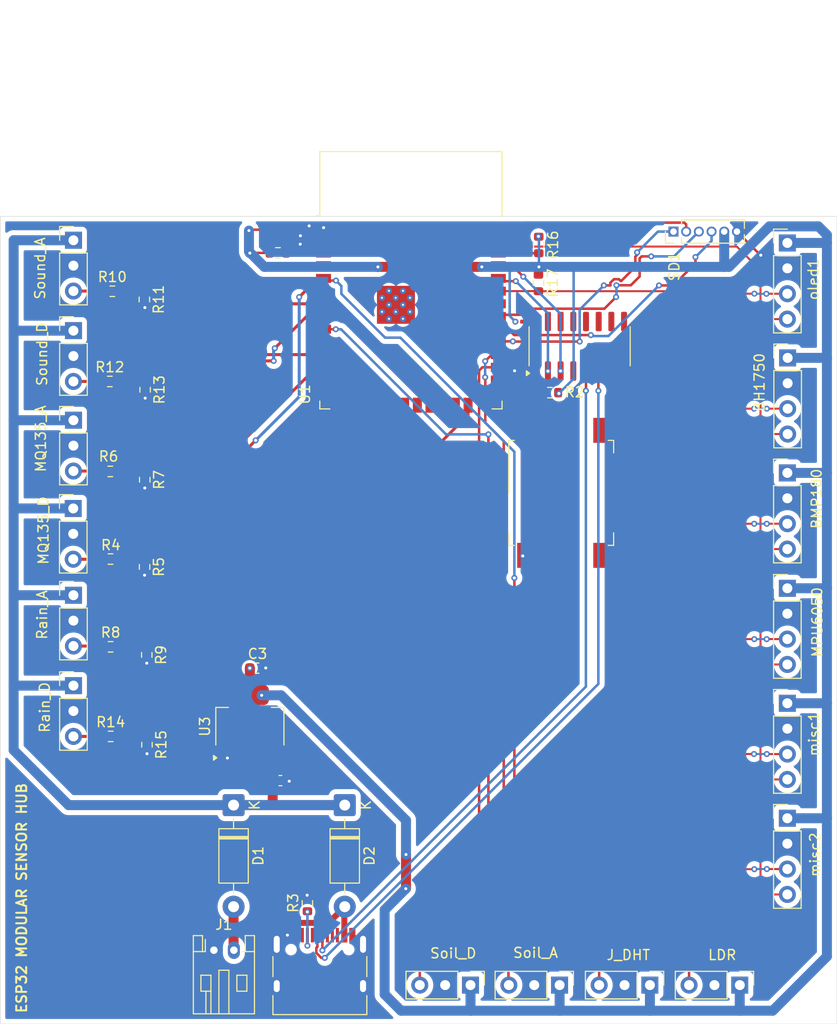
<source format=kicad_pcb>
(kicad_pcb (version 20241229) (generator "pcbnew") (generator_version "9.0")
  (layers (0 "F.Cu" signal) (2 "B.Cu" signal) (13 "F.Paste" user) (15 "B.Paste" user) (5 "F.SilkS" user "F.Silkscreen") (7 "B.SilkS" user "B.Silkscreen") (1 "F.Mask" user) (3 "B.Mask" user) (25 "Edge.Cuts" user))
  (net 0 "")
  (net 1 "+3.3V")
  (net 2 "GND")
  (net 3 "Net-(U2-VCC)")
  (net 4 "Net-(U2-GND)")
  (net 5 "/5v(r)")
  (net 6 "VBUS(5v)")
  (net 8 "Net-(P1-CC)")
  (net 9 "D-")
  (net 10 "D+")
  (net 11 "Net-(U1A-EN)")
  (net 12 "Net-(U1A-GPIO0)")
  (net 13 "SDA")
  (net 14 "SCL")
  (net 15 "IO17")
  (net 16 "IO32")
  (net 17 "IO27")
  (net 18 "IO39")
  (net 19 "Net-(U1A-GPIO27)")
  (net 20 "Net-(U1A-GPIO32)")
  (net 21 "Net-(U1A-GPIO34)")
  (net 22 "IO34")
  (net 23 "IO35")
  (net 24 "RX0")
  (net 26 "Net-(U1A-GPIO35)")
  (net 27 "TX0")
  (net 28 "Net-(U1A-GPIO26)")
  (net 29 "IO26")
  (net 30 "Net-(U1A-GPIO2)")
  (net 42 "Net-(D1-A)")
  (net 43 "IO2")
  (net 44 "IO123")
  (net 45 "IO5")
  (net 46 "IO18")
  (net 47 "IO19")
  (net 48 "IO33")
  (net 49 "IO16")
  (footprint "Connector_PinHeader_2.54mm:PinHeader_1x03_P2.54mm_Vertical" (layer "F.Cu") (at 121.2 144.03 -90)
    (property "Reference" "Soil_A")
    (property "Value" "Conn_01x03" (hide yes))
  )
  (footprint "Diode_THT:D_DO-41_SOD81_P10.16mm_Horizontal" (layer "F.Cu") (at 88.56 126.03 -90)
    (property "Reference" "D1")
    (property "Value" "1N5819" (hide yes))
  )
  (footprint "Package_TO_SOT_SMD:SOT-223-3_TabPin2" (layer "F.Cu") (at 90.19 118.17 90)
    (property "Reference" "U3")
    (property "Value" "AMS1117-3.3" (hide yes))
  )
  (footprint "Connector_PinHeader_1.27mm:PinHeader_1x06_P1.27mm_Vertical" (layer "F.Cu") (at 132.6 68.67 90)
    (property "Reference" "SD1")
    (property "Value" "Conn_01x06" (hide yes))
  )
  (footprint "Resistor_SMD:R_0603_1608Metric" (layer "F.Cu") (at 119.08 73.81 -90)
    (property "Reference" "R17")
    (property "Value" "4.7kΩ")
  )
  (footprint "Resistor_SMD:R_0603_1608Metric" (layer "F.Cu") (at 76.2475 110.2)
    (property "Reference" "R8")
    (property "Value" "10kΩ" (hide yes))
  )
  (footprint "Capacitor_SMD:C_0603_1608Metric" (layer "F.Cu") (at 93.25 123.58)
    (property "Reference" "C4" (hide yes))
    (property "Value" "10uF" (hide yes))
  )
  (footprint "Connector_PinHeader_2.54mm:PinHeader_1x03_P2.54mm_Vertical" (layer "F.Cu") (at 72.5275 69.54)
    (property "Reference" "Sound_A")
    (property "Value" "Conn_01x03" (hide yes))
  )
  (footprint "Resistor_SMD:R_0603_1608Metric" (layer "F.Cu") (at 79.6275 75.46 -90)
    (property "Reference" "R11")
    (property "Value" "6.2kΩ")
  )
  (footprint "Connector_PinHeader_2.54mm:PinHeader_1x04_P2.54mm_Vertical" (layer "F.Cu") (at 144 127.345)
    (property "Reference" "misc2")
    (property "Value" "Conn_01x04" (hide yes))
  )
  (footprint "Capacitor_SMD:C_0201_0603Metric" (layer "F.Cu") (at 117.16 77.68 180)
    (property "Reference" "C5" (hide yes))
    (property "Value" "100nF" (hide yes))
  )
  (footprint "Connector_PinHeader_2.54mm:PinHeader_1x03_P2.54mm_Vertical" (layer "F.Cu") (at 72.5275 114.08)
    (property "Reference" "Rain_D")
    (property "Value" "Conn_01x03" (hide yes))
  )
  (footprint "Capacitor_SMD:C_0201_0603Metric" (layer "F.Cu") (at 95.62 69.95 180)
    (property "Reference" "C1" (hide yes))
    (property "Value" "10uF" (hide yes))
  )
  (footprint "Resistor_SMD:R_0603_1608Metric" (layer "F.Cu") (at 119.11 70.01 -90)
    (property "Reference" "R16")
    (property "Value" "4.7kΩ")
  )
  (footprint "Package_SO:SOIC-16_3.9x9.9mm_P1.27mm" (layer "F.Cu") (at 123.205 80.14 90)
    (property "Reference" "U2" (hide yes))
    (property "Value" "CH340C")
  )
  (footprint "Resistor_SMD:R_0603_1608Metric" (layer "F.Cu") (at 93 70.8)
    (property "Reference" "R1" (hide yes))
    (property "Value" "10kΩ")
  )
  (footprint "Connector_USB:USB_C_Receptacle_HRO_TYPE-C-31-M-12" (layer "F.Cu") (at 97.2 143.08)
    (property "Reference" "P1" (hide yes))
    (property "Value" "USB_C_Plug_USB2.0" (hide yes))
  )
  (footprint "Resistor_SMD:R_0603_1608Metric" (layer "F.Cu") (at 76.1675 83.66)
    (property "Reference" "R12")
    (property "Value" "10kΩ")
  )
  (footprint "Resistor_SMD:R_0603_1608Metric" (layer "F.Cu") (at 79.6675 93.49 -90)
    (property "Reference" "R7")
    (property "Value" "6.2kΩ" (hide yes))
  )
  (footprint "Resistor_SMD:R_0603_1608Metric" (layer "F.Cu") (at 79.8675 111.01 -90)
    (property "Reference" "R9")
    (property "Value" "6.2kΩ" (hide yes))
  )
  (footprint "Connector_JST:JST_PH_S2B-PH-K_1x02_P2.00mm_Horizontal" (layer "F.Cu") (at 86.59 140.54)
    (property "Reference" "J1")
    (property "Value" "Conn_01x02" (hide yes))
  )
  (footprint "Connector_PinHeader_2.54mm:PinHeader_1x03_P2.54mm_Vertical" (layer "F.Cu") (at 72.5075 96.36)
    (property "Reference" "MQ135_D")
    (property "Value" "Conn_01x03" (hide yes))
  )
  (footprint "Resistor_SMD:R_0603_1608Metric" (layer "F.Cu") (at 120.23 84.78)
    (property "Reference" "R2")
    (property "Value" "10kΩ")
  )
  (footprint "Connector_PinHeader_2.54mm:PinHeader_1x04_P2.54mm_Vertical" (layer "F.Cu") (at 144.03 81.3)
    (property "Reference" "BH1750")
    (property "Value" "Conn_01x04" (hide yes))
  )
  (footprint "Connector_PinHeader_2.54mm:PinHeader_1x03_P2.54mm_Vertical" (layer "F.Cu") (at 72.5275 78.58)
    (property "Reference" "Sound_D")
    (property "Value" "Conn_01x03" (hide yes))
  )
  (footprint "Capacitor_SMD:C_0603_1608Metric" (layer "F.Cu") (at 90.955 112.33)
    (property "Reference" "C3")
    (property "Value" "22uF")
  )
  (footprint "Diode_THT:D_DO-41_SOD81_P10.16mm_Horizontal" (layer "F.Cu") (at 99.69 126.03 -90)
    (property "Reference" "D2")
    (property "Value" "1N5819" (hide yes))
  )
  (footprint "Resistor_SMD:R_0603_1608Metric" (layer "F.Cu") (at 76.2175 92.66)
    (property "Reference" "R6")
    (property "Value" "10kΩ" (hide yes))
  )
  (footprint "Connector_PinHeader_2.54mm:PinHeader_1x04_P2.54mm_Vertical" (layer "F.Cu") (at 144 92.805)
    (property "Reference" "BMP180")
    (property "Value" "Conn_01x04" (hide yes))
  )
  (footprint "Connector_PinHeader_2.54mm:PinHeader_1x03_P2.54mm_Vertical" (layer "F.Cu") (at 72.5275 105.04)
    (property "Reference" "Rain_A")
    (property "Value" "Conn_01x03" (hide yes))
  )
  (footprint "Resistor_SMD:R_0603_1608Metric" (layer "F.Cu") (at 76.2575 119.16)
    (property "Reference" "R14")
    (property "Value" "10kΩ" (hide yes))
  )
  (footprint "Resistor_SMD:R_0603_1608Metric" (layer "F.Cu") (at 79.7025 84.49 -90)
    (property "Reference" "R13")
    (property "Value" "6.2kΩ")
  )
  (footprint "Capacitor_SMD:C_0201_0603Metric" (layer "F.Cu") (at 117.08 82.64)
    (property "Reference" "C6" (hide yes))
    (property "Value" "100nF" (hide yes))
  )
  (footprint "Resistor_SMD:R_0603_1608Metric" (layer "F.Cu") (at 95.95 135.82 90)
    (property "Reference" "R3")
    (property "Value" "5.1kΩ" (hide yes))
  )
  (footprint "Resistor_SMD:R_0603_1608Metric" (layer "F.Cu") (at 79.8875 119.99 -90)
    (property "Reference" "R15")
    (property "Value" "6.2kΩ" (hide yes))
  )
  (footprint "Connector_PinHeader_2.54mm:PinHeader_1x03_P2.54mm_Vertical" (layer "F.Cu") (at 130.24 144.03 -90)
    (property "Reference" "J_DHT")
    (property "Value" "Conn_01x03" (hide yes))
  )
  (footprint "Connector_PinHeader_2.54mm:PinHeader_1x04_P2.54mm_Vertical" (layer "F.Cu") (at 144 115.845)
    (property "Reference" "misc1")
    (property "Value" "Conn_01x04" (hide yes))
  )
  (footprint "Connector_PinHeader_2.54mm:PinHeader_1x04_P2.54mm_Vertical" (layer "F.Cu") (at 144 69.805)
    (property "Reference" "oled1")
    (property "Value" "Conn_01x04" (hide yes))
  )
  (footprint "Capacitor_SMD:C_0201_0603Metric" (layer "F.Cu") (at 95.64 68.99 180)
    (property "Reference" "C2" (hide yes))
    (property "Value" "0.1uF" (hide yes))
  )
  (footprint "Connector_PinHeader_2.54mm:PinHeader_1x03_P2.54mm_Vertical" (layer "F.Cu") (at 72.5275 87.54)
    (property "Reference" "MQ135_A")
    (property "Value" "Conn_01x03" (hide yes))
  )
  (footprint "Button_Switch_SMD:SW_MEC_5GSH9" (layer "F.Cu") (at 121.36 94.8)
    (property "Reference" "SW1" (hide yes))
    (property "Value" "BOOT OPTION")
  )
  (footprint "Resistor_SMD:R_0603_1608Metric" (layer "F.Cu") (at 76.2375 101.42)
    (property "Reference" "R4")
    (property "Value" "10kΩ" (hide yes))
  )
  (footprint "Resistor_SMD:R_0603_1608Metric" (layer "F.Cu") (at 76.4225 74.64)
    (property "Reference" "R10")
    (property "Value" "10kΩ")
  )
  (footprint "esp32:ESP32-WROOM-32D" (layer "F.Cu") (at 106.315 76.525)
    (property "Reference" "U1")
    (property "Value" "exp32wroomd")
  )
  (footprint "Connector_PinHeader_2.54mm:PinHeader_1x03_P2.54mm_Vertical" (layer "F.Cu") (at 112.28 144.03 -90)
    (property "Reference" "Soil_D")
    (property "Value" "Conn_01x03" (hide yes))
  )
  (footprint "Connector_PinHeader_2.54mm:PinHeader_1x03_P2.54mm_Vertical" (layer "F.Cu") (at 139.24 144.03 -90)
    (property "Reference" "LDR")
    (property "Value" "Conn_01x03" (hide yes))
  )
  (footprint "Resistor_SMD:R_0603_1608Metric" (layer "F.Cu") (at 79.6475 102.21 -90)
    (property "Reference" "R5")
    (property "Value" "6.2kΩ" (hide yes))
  )
  (footprint "Connector_PinHeader_2.54mm:PinHeader_1x04_P2.54mm_Vertical" (layer "F.Cu") (at 144 104.345)
    (property "Reference" "MPU6050")
    (property "Value" "Conn_01x04" (hide yes))
  )
  (gr_rect (start 65.2 67.15) (end 148.96 147.92) (stroke (width 0.05)) (fill no) (layer "Edge.Cuts"))
  (gr_text "ESP32 MODULAR SENSOR HUB" (at 67.93 146.93 90) (layer "F.SilkS") (effects (font (size 1 1) (thickness 0.2) (bold yes)) (justify left bottom)))
  (segment (start 97.565 69.545) (end 96.025 69.545) (width 0.25) (layer "F.Cu") (net 1))
  (segment (start 113.41 72.2) (end 103.01 72.2) (width 1) (layer "F.Cu") (net 1))
  (segment (start 121.055 84.785) (end 121.13 84.86) (width 0.25) (layer "F.Cu") (net 1))
  (segment (start 95.96 68.99) (end 95.96 69.48) (width 0.25) (layer "F.Cu") (net 1))
  (segment (start 95.96 68.790001) (end 95.653999 68.484) (width 0.25) (layer "F.Cu") (net 1))
  (segment (start 119.11 69.185) (end 119.11 69.18) (width 0.25) (layer "F.Cu") (net 1))
  (segment (start 105.82 130.97) (end 105.82 134.37) (width 1) (layer "F.Cu") (net 1))
  (segment (start 103 72.21) (end 103.01 72.2) (width 1) (layer "F.Cu") (net 1))
  (segment (start 96.025 69.545) (end 95.96 69.48) (width 0.25) (layer "F.Cu") (net 1))
  (segment (start 90.186 68.484) (end 90.1 68.57) (width 0.25) (layer "F.Cu") (net 1))
  (segment (start 90.21 70.8) (end 90.19 70.82) (width 0.25) (layer "F.Cu") (net 1))
  (segment (start 95.653999 68.484) (end 90.186 68.484) (width 0.25) (layer "F.Cu") (net 1))
  (segment (start 121.055 84.78) (end 121.055 84.785) (width 0.25) (layer "F.Cu") (net 1))
  (segment (start 91.34 115.02) (end 91.37 115.05) (width 1) (layer "F.Cu") (net 1))
  (segment (start 95.96 69.93) (end 95.94 69.95) (width 0.25) (layer "F.Cu") (net 1))
  (segment (start 90.19 115.02) (end 91.34 115.02) (width 1) (layer "F.Cu") (net 1))
  (segment (start 95.96 70.13) (end 95.94 70.15) (width 0.25) (layer "F.Cu") (net 1))
  (segment (start 119.08 72.25) (end 119.13 72.2) (width 0.25) (layer "F.Cu") (net 1))
  (segment (start 105.82 134.37) (end 105.8 134.39) (width 1) (layer "F.Cu") (net 1))
  (segment (start 116.770244 77.68) (end 116.77 77.679756) (width 0.25) (layer "F.Cu") (net 1))
  (segment (start 119.11 69.18) (end 119.08 69.15) (width 0.25) (layer "F.Cu") (net 1))
  (segment (start 116.84 77.68) (end 116.770244 77.68) (width 0.25) (layer "F.Cu") (net 1))
  (segment (start 95.96 68.99) (end 95.96 68.790001) (width 0.25) (layer "F.Cu") (net 1))
  (segment (start 90.19 121.32) (end 90.19 115.02) (width 1) (layer "F.Cu") (net 1))
  (segment (start 92.175 70.8) (end 90.21 70.8) (width 0.25) (layer "F.Cu") (net 1))
  (segment (start 95.96 69.48) (end 95.96 69.93) (width 0.25) (layer "F.Cu") (net 1))
  (segment (start 119.08 72.985) (end 119.08 72.25) (width 0.25) (layer "F.Cu") (net 1))
  (segment (start 90.19 112.34) (end 90.18 112.33) (width 1) (layer "F.Cu") (net 1))
  (segment (start 90.19 115.02) (end 90.19 112.34) (width 1) (layer "F.Cu") (net 1))
  (via (at 119.08 69.15) (size 0.6) (drill 0.3) (layers "F.Cu" "B.Cu") (net 1))
  (via (at 105.8 134.39) (size 0.6) (drill 0.3) (layers "F.Cu" "B.Cu") (net 1))
  (via (at 91.37 115.05) (size 0.6) (drill 0.3) (layers "F.Cu" "B.Cu") (net 1))
  (via (at 113.41 72.2) (size 0.6) (drill 0.3) (layers "F.Cu" "B.Cu") (net 1))
  (via (at 103.01 72.2) (size 0.6) (drill 0.3) (layers "F.Cu" "B.Cu") (net 1))
  (via (at 90.1 68.57) (size 0.6) (drill 0.3) (layers "F.Cu" "B.Cu") (net 1))
  (via (at 121.13 84.86) (size 0.6) (drill 0.3) (layers "F.Cu" "B.Cu") (net 1))
  (via (at 116.77 77.679756) (size 0.6) (drill 0.3) (layers "F.Cu" "B.Cu") (net 1))
  (via (at 90.18 112.33) (size 0.6) (drill 0.3) (layers "F.Cu" "B.Cu") (net 1))
  (via (at 105.82 130.97) (size 0.6) (drill 0.3) (layers "F.Cu" "B.Cu") (net 1))
  (via (at 119.13 72.2) (size 0.6) (drill 0.3) (layers "F.Cu" "B.Cu") (net 1))
  (via (at 90.19 70.82) (size 0.6) (drill 0.3) (layers "F.Cu" "B.Cu") (net 1))
  (segment (start 116.204 77.113756) (end 116.204 72.366) (width 0.25) (layer "B.Cu") (net 1))
  (segment (start 137.68 72.2) (end 122.6 72.2) (width 1) (layer "B.Cu") (net 1))
  (segment (start 116.204 72.366) (end 116.37 72.2) (width 0.25) (layer "B.Cu") (net 1))
  (segment (start 147.959 92.76) (end 147.959 81.33) (width 1) (layer "B.Cu") (net 1))
  (segment (start 93.32 115.05) (end 105.82 127.55) (width 1) (layer "B.Cu") (net 1))
  (segment (start 91.64 72.2) (end 90.1 70.66) (width 1) (layer "B.Cu") (net 1))
  (segment (start 119.13 72.2) (end 116.37 72.2) (width 1) (layer "B.Cu") (net 1))
  (segment (start 147.946929 127.345) (end 147.959 127.34) (width 1) (layer "B.Cu") (net 1))
  (segment (start 147.959 81.33) (end 147.959 69.8) (width 1) (layer "B.Cu") (net 1))
  (segment (start 91.37 115.05) (end 93.32 115.05) (width 1) (layer "B.Cu") (net 1))
  (segment (start 147.959 115.87) (end 147.959 104.34) (width 1) (layer "B.Cu") (net 1))
  (segment (start 122.604 72.204) (end 122.6 72.2) (width 0.25) (layer "B.Cu") (net 1))
  (segment (start 139.23 146.59) (end 142.539 146.59) (width 1) (layer "B.Cu") (net 1))
  (segment (start 121.2 144.03) (end 121.2 146.565858) (width 1) (layer "B.Cu") (net 1))
  (segment (start 119.13 69.2) (end 119.13 72.2) (width 0.25) (layer "B.Cu") (net 1))
  (segment (start 90.1 70.66) (end 90.1 68.57) (width 1) (layer "B.Cu") (net 1))
  (segment (start 105.32 146.59) (end 112.3 146.59) (width 1) (layer "B.Cu") (net 1))
  (segment (start 142.539 146.59) (end 147.959 141.17) (width 1) (layer "B.Cu") (net 1))
  (segment (start 144 92.805) (end 147.85036 92.805) (width 1) (layer "B.Cu") (net 1))
  (segment (start 122.604 83.386) (end 122.604 72.204) (width 0.25) (layer "B.Cu") (net 1))
  (segment (start 105.8 134.39) (end 103.68 136.51) (width 1) (layer "B.Cu") (net 1))
  (segment (start 105.82 127.55) (end 105.82 130.97) (width 1) (layer "B.Cu") (net 1))
  (segment (start 147.111 68.151) (end 142.2 68.151) (width 1) (layer "B.Cu") (net 1))
  (segment (start 116.77 77.679756) (end 116.204 77.113756) (width 0.25) (layer "B.Cu") (net 1))
  (segment (start 147.959 141.17) (end 147.959 127.34) (width 1) (layer "B.Cu") (net 1))
  (segment (start 142.2 68.151) (end 138.151 72.2) (width 1) (layer "B.Cu") (net 1))
  (segment (start 147.959 104.34) (end 147.959 92.76) (width 1) (layer "B.Cu") (net 1))
  (segment (start 138.151 72.2) (end 137.68 72.2) (width 1) (layer "B.Cu") (net 1))
  (segment (start 119.08 69.15) (end 119.13 69.2) (width 0.25) (layer "B.Cu") (net 1))
  (segment (start 103.01 72.2) (end 91.64 72.2) (width 1) (layer "B.Cu") (net 1))
  (segment (start 121.21 146.59) (end 130.25 146.59) (width 1) (layer "B.Cu") (net 1))
  (segment (start 147.946929 69.805) (end 147.959 69.8) (width 1) (layer "B.Cu") (net 1))
  (segment (start 147.959 68.999) (end 147.111 68.151) (width 1) (layer "B.Cu") (net 1))
  (segment (start 121.13 84.86) (end 122.604 83.386) (width 0.25) (layer "B.Cu") (net 1))
  (segment (start 144 127.345) (end 147.946929 127.345) (width 1) (layer "B.Cu") (net 1))
  (segment (start 122.6 72.2) (end 119.13 72.2) (width 1) (layer "B.Cu") (net 1))
  (segment (start 147.959 127.34) (end 147.959 115.87) (width 1) (layer "B.Cu") (net 1))
  (segment (start 144 69.805) (end 147.946929 69.805) (width 1) (layer "B.Cu") (net 1))
  (segment (start 139.23 144.054142) (end 139.23 146.59) (width 1) (layer "B.Cu") (net 1))
  (segment (start 144 115.845) (end 147.898645 115.845) (width 1) (layer "B.Cu") (net 1))
  (segment (start 113.41 72.2) (end 116.37 72.2) (width 1) (layer "B.Cu") (net 1))
  (segment (start 91.37 115.05) (end 91.73356 115.05) (width 1) (layer "B.Cu") (net 1))
  (segment (start 112.28 144.03) (end 112.28 146.541716) (width 1) (layer "B.Cu") (net 1))
  (segment (start 144.03 81.3) (end 147.886574 81.3) (width 1) (layer "B.Cu") (net 1))
  (segment (start 130.24 144.03) (end 130.24 146.565858) (width 1) (layer "B.Cu") (net 1))
  (segment (start 137.68 68.67) (end 137.68 72.2) (width 1) (layer "B.Cu") (net 1))
  (segment (start 147.959 69.8) (end 147.959 68.999) (width 1) (layer "B.Cu") (net 1))
  (segment (start 103.68 144.95) (end 105.32 146.59) (width 1) (layer "B.Cu") (net 1))
  (segment (start 112.3 146.59) (end 121.21 146.59) (width 1) (layer "B.Cu") (net 1))
  (segment (start 144 104.345) (end 147.946929 104.345) (width 1) (layer "B.Cu") (net 1))
  (segment (start 147.946929 104.345) (end 147.959 104.34) (width 1) (layer "B.Cu") (net 1))
  (segment (start 130.25 146.59) (end 139.23 146.59) (width 1) (layer "B.Cu") (net 1))
  (segment (start 90.18 70.83) (end 90.19 70.82) (width 1) (layer "B.Cu") (net 1))
  (segment (start 103.68 136.51) (end 103.68 144.95) (width 1) (layer "B.Cu") (net 1))
  (arc (start 112.28 146.541716) (mid 112.285198 146.567847) (end 112.3 146.59) (width 1) (layer "B.Cu") (net 1))
  (arc (start 139.24 144.03) (mid 139.232599 144.041076) (end 139.23 144.054142) (width 1) (layer "B.Cu") (net 1))
  (arc (start 147.886574 81.3) (mid 147.92577 81.307797) (end 147.959 81.33) (width 1) (layer "B.Cu") (net 1))
  (arc (start 130.24 146.565858) (mid 130.242599 146.578923) (end 130.25 146.59) (width 1) (layer "B.Cu") (net 1))
  (arc (start 147.85036 92.805) (mid 147.909156 92.793305) (end 147.959 92.76) (width 1) (layer "B.Cu") (net 1))
  (arc (start 121.2 146.565858) (mid 121.202599 146.578923) (end 121.21 146.59) (width 1) (layer "B.Cu") (net 1))
  (arc (start 147.898645 115.845) (mid 147.931308 115.851498) (end 147.959 115.87) (width 1) (layer "B.Cu") (net 1))
  (segment (start 95.3 69.95) (end 95.247539 69.95) (width 0.25) (layer "F.Cu") (net 2))
  (segment (start 116.736567 82.64) (end 116.69 82.593433) (width 0.25) (layer "F.Cu") (net 2))
  (segment (start 95.247539 69.95) (end 95.23 69.932461) (width 0.25) (layer "F.Cu") (net 2))
  (segment (start 79.7025 85.315) (end 79.7025 85.3225) (width 0.25) (layer "F.Cu") (net 2))
  (segment (start 100.45 139.035) (end 100.605 139.035) (width 0.25) (layer "F.Cu") (net 2))
  (segment (start 96.3006 68.275) (end 96.127102 68.101502) (width 0.25) (layer "F.Cu") (net 2))
  (segment (start 79.665 76.285) (end 79.68 76.27) (width 0.25) (layer "F.Cu") (net 2))
  (segment (start 79.6275 76.285) (end 79.665 76.285) (width 0.25) (layer "F.Cu") (net 2))
  (segment (start 94.025 123.58) (end 94.07 123.58) (width 0.25) (layer "F.Cu") (net 2))
  (segment (start 141.31 71.03) (end 141.34 71.03) (width 0.25) (layer "F.Cu") (net 2))
  (segment (start 79.7025 85.3225) (end 79.71 85.33) (width 0.25) (layer "F.Cu") (net 2))
  (segment (start 97.565 68.275) (end 97.57 68.28) (width 0.25) (layer "F.Cu") (net 2))
  (segment (start 91.76 112.33) (end 91.78 112.31) (width 0.25) (layer "F.Cu") (net 2))
  (segment (start 79.8875 120.815) (end 79.8875 120.8875) (width 0.25) (layer "F.Cu") (net 2))
  (segment (start 100.605 139.035) (end 101.52 139.95) (width 0.25) (layer "F.Cu") (net 2))
  (segment (start 79.6475 103.035) (end 79.605 103.035) (width 0.25) (layer "F.Cu") (net 2))
  (segment (start 95.32 68.99) (end 95.32 69.019) (width 0.25) (layer "F.Cu") (net 2))
  (segment (start 117.55 101.05) (end 117.55 101.07) (width 0.25) (layer "F.Cu") (net 2))
  (segment (start 138.95 68.67) (end 141.31 71.03) (width 0.25) (layer "F.Cu") (net 2))
  (segment (start 79.8875 120.8875) (end 79.89 120.89) (width 0.25) (layer "F.Cu") (net 2))
  (segment (start 95.32 69.019) (end 95.25 69.089) (width 0.25) (layer "F.Cu") (net 2))
  (segment (start 97.565 68.275) (end 96.3006 68.275) (width 0.25) (layer "F.Cu") (net 2))
  (segment (start 117.55 101.07) (end 117.51 101.11) (width 0.25) (layer "F.Cu") (net 2))
  (segment (start 79.605 103.035) (end 79.59 103.02) (width 0.25) (layer "F.Cu") (net 2))
  (segment (start 91.73 112.33) (end 91.76 112.33) (width 0.25) (layer "F.Cu") (net 2))
  (segment (start 116.76 82.64) (end 116.736567 82.64) (width 0.25) (layer "F.Cu") (net 2))
  (segment (start 87.89 121.32) (end 87.94 121.32) (width 0.25) (layer "F.Cu") (net 2))
  (segment (start 94.07 123.58) (end 94.13 123.64) (width 0.25) (layer "F.Cu") (net 2))
  (via (at 95.25 69.089) (size 0.6) (drill 0.3) (layers "F.Cu" "B.Cu") (net 2))
  (via (at 117.51 101.11) (size 0.6) (drill 0.3) (layers "F.Cu" "B.Cu") (net 2))
  (via (at 79.71 85.33) (size 0.6) (drill 0.3) (layers "F.Cu" "B.Cu") (net 2))
  (via (at 91.78 112.31) (size 0.6) (drill 0.3) (layers "F.Cu" "B.Cu") (net 2))
  (via (at 97.57 68.28) (size 0.6) (drill 0.3) (layers "F.Cu" "B.Cu") (net 2))
  (via (at 96.127102 68.101502) (size 0.6) (drill 0.3) (layers "F.Cu" "B.Cu") (net 2))
  (via (at 116.69 82.593433) (size 0.6) (drill 0.3) (layers "F.Cu" "B.Cu") (net 2))
  (via (at 79.6475 103.035) (size 0.6) (drill 0.3) (layers "F.Cu" "B.Cu") (net 2))
  (via (at 93.95 139.035) (size 0.6) (drill 0.3) (layers "F.Cu" "B.Cu") (net 2))
  (via (at 87.94 121.32) (size 0.6) (drill 0.3) (layers "F.Cu" "B.Cu") (net 2))
  (via (at 95.23 69.932461) (size 0.6) (drill 0.3) (layers "F.Cu" "B.Cu") (net 2))
  (via (at 79.68 76.27) (size 0.6) (drill 0.3) (layers "F.Cu" "B.Cu") (net 2))
  (via (at 79.6675 94.315) (size 0.6) (drill 0.3) (layers "F.Cu" "B.Cu") (net 2))
  (via (at 141.34 71.03) (size 0.6) (drill 0.3) (layers "F.Cu" "B.Cu") (net 2))
  (via (at 79.89 120.89) (size 0.6) (drill 0.3) (layers "F.Cu" "B.Cu") (net 2))
  (via (at 94.13 123.64) (size 0.6) (drill 0.3) (layers "F.Cu" "B.Cu") (net 2))
  (via (at 95.92 135.04) (size 0.6) (drill 0.3) (layers "F.Cu" "B.Cu") (net 2))
  (via (at 79.8675 111.835) (size 0.6) (drill 0.3) (layers "F.Cu" "B.Cu") (net 2))
  (segment (start 96.127102 68.211898) (end 95.25 69.089) (width 0.25) (layer "B.Cu") (net 2))
  (segment (start 96.127102 68.101502) (end 96.127102 68.211898) (width 0.25) (layer "B.Cu") (net 2))
  (segment (start 95.25 69.089) (end 95.25 69.912461) (width 0.25) (layer "B.Cu") (net 2))
  (segment (start 95.25 69.912461) (end 95.23 69.932461) (width 0.25) (layer "B.Cu") (net 2))
  (segment (start 93.95 137.01) (end 95.92 135.04) (width 0.25) (layer "B.Cu") (net 2))
  (segment (start 95.92 135.04) (end 95.81 135.15) (width 0.25) (layer "B.Cu") (net 2))
  (segment (start 101.52 139.95) (end 101.52 140.95) (width 0.25) (layer "B.Cu") (net 2))
  (segment (start 93.95 139.035) (end 93.95 137.01) (width 0.25) (layer "B.Cu") (net 2))
  (segment (start 101.52 140.95) (end 100.63 141.84) (width 0.25) (layer "B.Cu") (net 2))
  (segment (start 117.48 77.68) (end 118.745 77.68) (width 0.3) (layer "F.Cu") (net 3))
  (segment (start 118.745 77.68) (end 118.76 77.665) (width 0.3) (layer "F.Cu") (net 3))
  (segment (start 117.4 82.64) (end 118.735 82.64) (width 0.2) (layer "F.Cu") (net 4))
  (segment (start 118.735 82.64) (end 118.76 82.615) (width 0.2) (layer "F.Cu") (net 4))
  (segment (start 92.475 126.025) (end 92.48 126.03) (width 1) (layer "F.Cu") (net 5))
  (segment (start 92.475 121.335) (end 92.49 121.32) (width 1) (layer "F.Cu") (net 5))
  (segment (start 92.475 123.58) (end 92.475 121.335) (width 1) (layer "F.Cu") (net 5))
  (segment (start 88.56 126.03) (end 92.48 126.03) (width 1) (layer "F.Cu") (net 5))
  (segment (start 92.475 123.58) (end 92.475 126.025) (width 1) (layer "F.Cu") (net 5))
  (segment (start 92.48 126.03) (end 99.69 126.03) (width 1) (layer "F.Cu") (net 5))
  (segment (start 72.5275 78.58) (end 66.54 78.58) (width 1) (layer "B.Cu") (net 5))
  (segment (start 66.54 120.53) (end 66.54 114.11) (width 1) (layer "B.Cu") (net 5))
  (segment (start 66.54 114.11) (end 66.54 105.04) (width 1) (layer "B.Cu") (net 5))
  (segment (start 88.56 126.03) (end 72.04 126.03) (width 1) (layer "B.Cu") (net 5))
  (segment (start 66.56 69.54) (end 72.5275 69.54) (width 1) (layer "B.Cu") (net 5))
  (segment (start 72.5075 96.36) (end 66.54 96.36) (width 1) (layer "B.Cu") (net 5))
  (segment (start 72.5275 87.54) (end 66.56 87.54) (width 1) (layer "B.Cu") (net 5))
  (segment (start 66.54 69.54) (end 66.55 69.53) (width 1) (layer "B.Cu") (net 5))
  (segment (start 66.56 87.54) (end 66.54 87.52) (width 1) (layer "B.Cu") (net 5))
  (segment (start 66.55 69.53) (end 66.56 69.54) (width 1) (layer "B.Cu") (net 5))
  (segment (start 66.54 96.36) (end 66.54 87.52) (width 1) (layer "B.Cu") (net 5))
  (segment (start 99.69 126.03) (end 88.56 126.03) (width 1) (layer "B.Cu") (net 5))
  (segment (start 66.54 87.52) (end 66.54 78.58) (width 1) (layer "B.Cu") (net 5))
  (segment (start 72.04 126.03) (end 66.54 120.53) (width 1) (layer "B.Cu") (net 5))
  (segment (start 72.5275 114.08) (end 66.57 114.08) (width 1) (layer "B.Cu") (net 5))
  (segment (start 72.5275 105.04) (end 66.54 105.04) (width 1) (layer "B.Cu") (net 5))
  (segment (start 66.54 105.04) (end 66.54 96.36) (width 1) (layer "B.Cu") (net 5))
  (segment (start 66.54 78.58) (end 66.54 69.54) (width 1) (layer "B.Cu") (net 5))
  (segment (start 66.57 114.08) (end 66.54 114.11) (width 1) (layer "B.Cu") (net 5))
  (segment (start 94.799 137.809) (end 98.071 137.809) (width 0.6) (layer "F.Cu") (net 6))
  (segment (start 99.69 136.19) (end 99.649 136.231) (width 0.6) (layer "F.Cu") (net 6))
  (segment (start 94.75 139.035) (end 94.75 137.858) (width 0.6) (layer "F.Cu") (net 6))
  (segment (start 99.649 136.231) (end 99.649 139.035) (width 0.6) (layer "F.Cu") (net 6))
  (segment (start 98.071 137.809) (end 99.69 136.19) (width 0.6) (layer "F.Cu") (net 6))
  (segment (start 94.75 137.858) (end 94.799 137.809) (width 0.6) (layer "F.Cu") (net 6))
  (segment (start 99.69 138.995) (end 99.65 139.035) (width 0.2) (layer "F.Cu") (net 6))
  (segment (start 95.95 136.645) (end 95.95 136.71) (width 0.25) (layer "F.Cu") (net 8))
  (segment (start 95.93 139.015) (end 95.95 139.035) (width 0.25) (layer "F.Cu") (net 8))
  (segment (start 95.95 139.035) (end 95.95 140.088483) (width 0.25) (layer "F.Cu") (net 8))
  (via (at 95.95 140.088483) (size 0.6) (drill 0.3) (layers "F.Cu" "B.Cu") (net 8))
  (via (at 95.95 136.71) (size 0.6) (drill 0.3) (layers "F.Cu" "B.Cu") (net 8))
  (segment (start 95.95 140.088483) (end 95.95 136.71) (width 0.25) (layer "B.Cu") (net 8))
  (segment (start 123.84 82.615) (end 123.84 84.58) (width 0.25) (layer "F.Cu") (net 9))
  (segment (start 123.84 84.58) (end 123.83 84.59) (width 0.25) (layer "F.Cu") (net 9))
  (segment (start 97.45 139.035) (end 97.45 140.56) (width 0.25) (layer "F.Cu") (net 9))
  (via (at 123.83 84.59) (size 0.6) (drill 0.3) (layers "F.Cu" "B.Cu") (net 9))
  (via (at 97.45 140.56) (size 0.6) (drill 0.3) (layers "F.Cu" "B.Cu") (net 9))
  (segment (start 97.45 140.56) (end 123.83 114.18) (width 0.25) (layer "B.Cu") (net 9))
  (segment (start 123.83 114.18) (end 123.83 84.59) (width 0.25) (layer "B.Cu") (net 9))
  (segment (start 125.08 84.59) (end 125.08 82.645) (width 0.25) (layer "F.Cu") (net 10))
  (segment (start 96.844 140.308986) (end 96.844 140.811014) (width 0.25) (layer "F.Cu") (net 10))
  (segment (start 96.844 140.811014) (end 97.336595 141.303609) (width 0.25) (layer "F.Cu") (net 10))
  (segment (start 97.336595 141.303609) (end 97.685476 141.303609) (width 0.25) (layer "F.Cu") (net 10))
  (segment (start 96.95 139.035) (end 96.95 140.202986) (width 0.25) (layer "F.Cu") (net 10))
  (segment (start 96.95 140.202986) (end 96.844 140.308986) (width 0.25) (layer "F.Cu") (net 10))
  (segment (start 125.08 82.645) (end 125.11 82.615) (width 0.25) (layer "F.Cu") (net 10))
  (via (at 97.685476 141.303609) (size 0.6) (drill 0.3) (layers "F.Cu" "B.Cu") (net 10))
  (via (at 125.08 84.59) (size 0.6) (drill 0.3) (layers "F.Cu" "B.Cu") (net 10))
  (segment (start 125.08 113.909085) (end 125.08 84.59) (width 0.25) (layer "B.Cu") (net 10))
  (segment (start 97.685476 141.303609) (end 125.08 113.909085) (width 0.25) (layer "B.Cu") (net 10))
  (segment (start 93.825 70.8) (end 97.55 70.8) (width 0.3) (layer "F.Cu") (net 11))
  (segment (start 97.55 70.8) (end 97.565 70.815) (width 0.3) (layer "F.Cu") (net 11))
  (segment (start 117.57 84.78) (end 115.07 84.78) (width 0.25) (layer "F.Cu") (net 12))
  (segment (start 119.405 84.78) (end 117.57 84.78) (width 0.25) (layer "F.Cu") (net 12))
  (segment (start 117.55 84.8) (end 117.57 84.78) (width 0.25) (layer "F.Cu") (net 12))
  (segment (start 117.55 88.55) (end 117.55 84.8) (width 0.25) (layer "F.Cu") (net 12))
  (segment (start 115.07 84.78) (end 115.065 84.785) (width 0.25) (layer "F.Cu") (net 12))
  (segment (start 141.31 72.54) (end 141.31 77.78) (width 0.2) (layer "F.Cu") (net 13))
  (segment (start 141.31 88.92) (end 141.31 100.32) (width 0.2) (layer "F.Cu") (net 13))
  (segment (start 115.604 70.276) (end 116.096 70.276) (width 0.2) (layer "F.Cu") (net 13))
  (segment (start 141.665 77.425) (end 141.31 77.78) (width 0.2) (layer "F.Cu") (net 13))
  (segment (start 144 100.425) (end 141.415 100.425) (width 0.2) (layer "F.Cu") (net 13))
  (segment (start 119.11 70.835) (end 115.085 70.835) (width 0.25) (layer "F.Cu") (net 13))
  (segment (start 141.325 134.965) (end 141.31 134.95) (width 0.2) (layer "F.Cu") (net 13))
  (segment (start 141.31 100.32) (end 141.31 112.11) (width 0.2) (layer "F.Cu") (net 13))
  (segment (start 138.94 70.17) (end 141.31 72.54) (width 0.2) (layer "F.Cu") (net 13))
  (segment (start 141.455 111.965) (end 141.31 112.11) (width 0.2) (layer "F.Cu") (net 13))
  (segment (start 144 111.965) (end 141.455 111.965) (width 0.2) (layer "F.Cu") (net 13))
  (segment (start 141.31 77.78) (end 141.31 81.1) (width 0.2) (layer "F.Cu") (net 13))
  (segment (start 144 123.465) (end 141.315 123.465) (width 0.2) (layer "F.Cu") (net 13))
  (segment (start 141.31 81.1) (end 141.31 88.92) (width 0.2) (layer "F.Cu") (net 13))
  (segment (start 116.096 70.17) (end 138.94 70.17) (width 0.2) (layer "F.Cu") (net 13))
  (segment (start 144 77.425) (end 141.665 77.425) (width 0.2) (layer "F.Cu") (net 13))
  (segment (start 115.065 70.815) (end 115.604 70.276) (width 0.2) (layer "F.Cu") (net 13))
  (segment (start 141.415 100.425) (end 141.31 100.32) (width 0.2) (layer "F.Cu") (net 13))
  (segment (start 116.096 70.276) (end 116.096 70.17) (width 0.2) (layer "F.Cu") (net 13))
  (segment (start 141.31 112.11) (end 141.31 123.46) (width 0.2) (layer "F.Cu") (net 13))
  (segment (start 141.31 123.46) (end 141.31 134.95) (width 0.2) (layer "F.Cu") (net 13))
  (segment (start 115.085 70.835) (end 115.065 70.815) (width 0.25) (layer "F.Cu") (net 13))
  (segment (start 141.315 123.465) (end 141.31 123.46) (width 0.2) (layer "F.Cu") (net 13))
  (segment (start 144.03 88.92) (end 141.31 88.92) (width 0.2) (layer "F.Cu") (net 13))
  (segment (start 144 134.965) (end 141.325 134.965) (width 0.2) (layer "F.Cu") (net 13))
  (segment (start 119.08 74.635) (end 135.915 74.635) (width 0.2) (layer "F.Cu") (net 14))
  (segment (start 140.66 120.92) (end 138.44 120.92) (width 0.2) (layer "F.Cu") (net 14))
  (segment (start 141.945 120.925) (end 141.94 120.92) (width 0.2) (layer "F.Cu") (net 14))
  (segment (start 141.945 97.885) (end 141.94 97.89) (width 0.2) (layer "F.Cu") (net 14))
  (segment (start 144 120.925) (end 141.945 120.925) (width 0.2) (layer "F.Cu") (net 14))
  (segment (start 144 97.885) (end 141.945 97.885) (width 0.2) (layer "F.Cu") (net 14))
  (segment (start 119.07 74.625) (end 119.08 74.635) (width 0.2) (layer "F.Cu") (net 14))
  (segment (start 138.44 120.92) (end 138.44 132.39) (width 0.2) (layer "F.Cu") (net 14))
  (segment (start 138.44 132.39) (end 138.4 132.43) (width 0.2) (layer "F.Cu") (net 14))
  (segment (start 140.69 109.43) (end 138.44 109.43) (width 0.2) (layer "F.Cu") (net 14))
  (segment (start 144 109.425) (end 141.935 109.425) (width 0.2) (layer "F.Cu") (net 14))
  (segment (start 135.915 74.635) (end 136.16 74.88) (width 0.2) (layer "F.Cu") (net 14))
  (segment (start 141.935 109.425) (end 141.93 109.43) (width 0.2) (layer "F.Cu") (net 14))
  (segment (start 138.44 109.43) (end 138.44 120.92) (width 0.2) (layer "F.Cu") (net 14))
  (segment (start 115.065 74.625) (end 119.07 74.625) (width 0.2) (layer "F.Cu") (net 14))
  (segment (start 140.68 97.89) (end 138.44 97.89) (width 0.2) (layer "F.Cu") (net 14))
  (segment (start 144 132.425) (end 141.955 132.425) (width 0.2) (layer "F.Cu") (net 14))
  (segment (start 138.44 83.8) (end 138.44 86.38) (width 0.2) (layer "F.Cu") (net 14))
  (segment (start 138.44 86.38) (end 138.44 97.89) (width 0.2) (layer "F.Cu") (net 14))
  (segment (start 136.16 74.88) (end 138.44 77.16) (width 0.2) (layer "F.Cu") (net 14))
  (segment (start 140.69 132.44) (end 138.41 132.44) (width 0.2) (layer "F.Cu") (net 14))
  (segment (start 144 74.885) (end 141.905 74.885) (width 0.2) (layer "F.Cu") (net 14))
  (segment (start 140.67 86.38) (end 138.44 86.38) (width 0.2) (layer "F.Cu") (net 14))
  (segment (start 140.7 74.88) (end 136.16 74.88) (width 0.2) (layer "F.Cu") (net 14))
  (segment (start 141.955 132.425) (end 141.95 132.42) (width 0.2) (layer "F.Cu") (net 14))
  (segment (start 138.44 97.89) (end 138.44 109.43) (width 0.2) (layer "F.Cu") (net 14))
  (segment (start 138.44 77.16) (end 138.44 83.8) (width 0.2) (layer "F.Cu") (net 14))
  (segment (start 144.03 86.38) (end 141.94 86.38) (width 0.2) (layer "F.Cu") (net 14))
  (segment (start 138.41 132.44) (end 138.4 132.43) (width 0.2) (layer "F.Cu") (net 14))
  (segment (start 141.905 74.885) (end 141.9 74.89) (width 0.2) (layer "F.Cu") (net 14))
  (via (at 140.67 86.38) (size 0.6) (drill 0.3) (layers "F.Cu" "B.Cu") (net 14))
  (via (at 140.69 132.44) (size 0.6) (drill 0.3) (layers "F.Cu" "B.Cu") (net 14))
  (via (at 140.69 109.43) (size 0.6) (drill 0.3) (layers "F.Cu" "B.Cu") (net 14))
  (via (at 141.93 109.43) (size 0.6) (drill 0.3) (layers "F.Cu" "B.Cu") (net 14))
  (via (at 140.66 120.92) (size 0.6) (drill 0.3) (layers "F.Cu" "B.Cu") (net 14))
  (via (at 141.95 132.42) (size 0.6) (drill 0.3) (layers "F.Cu" "B.Cu") (net 14))
  (via (at 141.9 74.89) (size 0.6) (drill 0.3) (layers "F.Cu" "B.Cu") (net 14))
  (via (at 140.7 74.88) (size 0.6) (drill 0.3) (layers "F.Cu" "B.Cu") (net 14))
  (via (at 141.94 86.38) (size 0.6) (drill 0.3) (layers "F.Cu" "B.Cu") (net 14))
  (via (at 141.94 97.89) (size 0.6) (drill 0.3) (layers "F.Cu" "B.Cu") (net 14))
  (via (at 141.94 120.92) (size 0.6) (drill 0.3) (layers "F.Cu" "B.Cu") (net 14))
  (via (at 140.68 97.89) (size 0.6) (drill 0.3) (layers "F.Cu" "B.Cu") (net 14))
  (segment (start 141.95 132.42) (end 140.71 132.42) (width 0.2) (layer "B.Cu") (net 14))
  (segment (start 141.94 120.92) (end 140.66 120.92) (width 0.2) (layer "B.Cu") (net 14))
  (segment (start 141.93 109.43) (end 140.69 109.43) (width 0.2) (layer "B.Cu") (net 14))
  (segment (start 141.94 97.89) (end 140.68 97.89) (width 0.2) (layer "B.Cu") (net 14))
  (segment (start 141.94 86.38) (end 140.67 86.38) (width 0.2) (layer "B.Cu") (net 14))
  (segment (start 141.9 74.89) (end 140.71 74.89) (width 0.2) (layer "B.Cu") (net 14))
  (segment (start 140.71 74.89) (end 140.7 74.88) (width 0.2) (layer "B.Cu") (net 14))
  (segment (start 140.71 132.42) (end 140.69 132.44) (width 0.2) (layer "B.Cu") (net 14))
  (segment (start 125.16 141.8) (end 115.607348 132.247348) (width 0.25) (layer "F.Cu") (net 15))
  (segment (start 113.76 87.782986) (end 113.76 83.22) (width 0.25) (layer "F.Cu") (net 15))
  (segment (start 115.607348 89.630334) (end 113.76 87.782986) (width 0.25) (layer "F.Cu") (net 15))
  (segment (start 113.76 83.225) (end 113.745 83.24) (width 0.25) (layer "F.Cu") (net 15))
  (segment (start 113.75 81.63) (end 114.405 80.975) (width 0.25) (layer "F.Cu") (net 15))
  (segment (start 113.76 83.22) (end 113.76 83.225) (width 0.25) (layer "F.Cu") (net 15))
  (segment (start 115.607348 132.247348) (end 115.607348 89.630334) (width 0.25) (layer "F.Cu") (net 15))
  (segment (start 114.405 80.975) (end 115.065 80.975) (width 0.25) (layer "F.Cu") (net 15))
  (segment (start 125.16 144.03) (end 125.16 141.8) (width 0.25) (layer "F.Cu") (net 15))
  (via (at 113.75 81.63) (size 0.6) (drill 0.3) (layers "F.Cu" "B.Cu") (net 15))
  (via (at 113.745 83.24) (size 0.6) (drill 0.3) (layers "F.Cu" "B.Cu") (net 15))
  (segment (start 113.745 81.635) (end 113.75 81.63) (width 0.25) (layer "B.Cu") (net 15))
  (segment (start 113.745 83.24) (end 113.745 81.635) (width 0.25) (layer "B.Cu") (net 15))
  (segment (start 72.5275 92.62) (end 75.3525 92.62) (width 0.3) (layer "F.Cu") (net 16))
  (segment (start 75.3525 92.62) (end 75.3925 92.66) (width 0.3) (layer "F.Cu") (net 16))
  (segment (start 75.3925 101.44) (end 75.4125 101.42) (width 0.3) (layer "F.Cu") (net 17))
  (segment (start 72.5075 101.44) (end 75.3925 101.44) (width 0.3) (layer "F.Cu") (net 17))
  (segment (start 134.16 141.79) (end 116.67 124.3) (width 0.25) (layer "F.Cu") (net 18))
  (segment (start 98.81 73.57) (end 97.78 73.57) (width 0.25) (layer "F.Cu") (net 18))
  (segment (start 134.16 144.03) (end 134.16 141.79) (width 0.25) (layer "F.Cu") (net 18))
  (segment (start 116.67 124.3) (end 116.67 103.31) (width 0.25) (layer "F.Cu") (net 18))
  (segment (start 97.78 73.57) (end 97.565 73.355) (width 0.25) (layer "F.Cu") (net 18))
  (via (at 116.67 103.31) (size 0.6) (drill 0.3) (layers "F.Cu" "B.Cu") (net 18))
  (via (at 98.81 73.57) (size 0.6) (drill 0.3) (layers "F.Cu" "B.Cu") (net 18))
  (segment (start 99.35 74.9) (end 99.35 74.11) (width 0.25) (layer "B.Cu") (net 18))
  (segment (start 105.257014 79.28) (end 103.73 79.28) (width 0.25) (layer "B.Cu") (net 18))
  (segment (start 103.73 79.28) (end 99.35 74.9) (width 0.25) (layer "B.Cu") (net 18))
  (segment (start 116.67 103.31) (end 116.67 90.692986) (width 0.25) (layer "B.Cu") (net 18))
  (segment (start 99.35 74.11) (end 98.81 73.57) (width 0.25) (layer "B.Cu") (net 18))
  (segment (start 116.67 90.692986) (end 105.257014 79.28) (width 0.25) (layer "B.Cu") (net 18))
  (segment (start 77.0625 101.42) (end 79.6125 101.42) (width 0.3) (layer "F.Cu") (net 19))
  (segment (start 79.6475 99.4625) (end 96.865 82.245) (width 0.3) (layer "F.Cu") (net 19))
  (segment (start 79.6125 101.42) (end 79.6475 101.385) (width 0.3) (layer "F.Cu") (net 19))
  (segment (start 79.6475 101.385) (end 79.6475 99.4625) (width 0.3) (layer "F.Cu") (net 19))
  (segment (start 96.865 82.245) (end 97.565 82.245) (width 0.3) (layer "F.Cu") (net 19))
  (segment (start 85.445 81.605) (end 92.57 81.605) (width 0.3) (layer "F.Cu") (net 20))
  (segment (start 92.68 80.345) (end 95.86 77.165) (width 0.3) (layer "F.Cu") (net 20))
  (segment (start 79.6675 87.3825) (end 85.445 81.605) (width 0.3) (layer "F.Cu") (net 20))
  (segment (start 77.0425 92.66) (end 79.6625 92.66) (width 0.3) (layer "F.Cu") (net 20))
  (segment (start 79.6625 92.66) (end 79.6675 92.665) (width 0.3) (layer "F.Cu") (net 20))
  (segment (start 95.86 77.165) (end 97.565 77.165) (width 0.3) (layer "F.Cu") (net 20))
  (segment (start 79.6675 92.665) (end 79.6675 87.3825) (width 0.3) (layer "F.Cu") (net 20))
  (via (at 92.57 81.605) (size 0.6) (drill 0.3) (layers "F.Cu" "B.Cu") (net 20))
  (via (at 92.68 80.345) (size 0.6) (drill 0.3) (layers "F.Cu" "B.Cu") (net 20))
  (segment (start 92.57 80.455) (end 92.68 80.345) (width 0.3) (layer "B.Cu") (net 20))
  (segment (start 92.57 81.605) (end 92.57 80.455) (width 0.3) (layer "B.Cu") (net 20))
  (segment (start 95.725 74.625) (end 97.565 74.625) (width 0.3) (layer "F.Cu") (net 21))
  (segment (start 81.18 99.14) (end 90.77 89.55) (width 0.3) (layer "F.Cu") (net 21))
  (segment (start 79.8675 110.185) (end 81.18 108.8725) (width 0.3) (layer "F.Cu") (net 21))
  (segment (start 95.13 75.22) (end 95.725 74.625) (width 0.3) (layer "F.Cu") (net 21))
  (segment (start 77.0725 110.2) (end 79.8525 110.2) (width 0.3) (layer "F.Cu") (net 21))
  (segment (start 79.8525 110.2) (end 79.8675 110.185) (width 0.3) (layer "F.Cu") (net 21))
  (segment (start 81.18 108.8725) (end 81.18 99.14) (width 0.3) (layer "F.Cu") (net 21))
  (via (at 95.13 75.22) (size 0.6) (drill 0.3) (layers "F.Cu" "B.Cu") (net 21))
  (via (at 90.77 89.55) (size 0.6) (drill 0.3) (layers "F.Cu" "B.Cu") (net 21))
  (segment (start 90.77 89.55) (end 95.13 85.19) (width 0.3) (layer "B.Cu") (net 21))
  (segment (start 95.13 85.19) (end 95.13 75.22) (width 0.3) (layer "B.Cu") (net 21))
  (segment (start 72.5275 110.12) (end 75.3425 110.12) (width 0.3) (layer "F.Cu") (net 22))
  (segment (start 75.3425 110.12) (end 75.4225 110.2) (width 0.3) (layer "F.Cu") (net 22))
  (segment (start 72.5275 74.62) (end 75.5775 74.62) (width 0.3) (layer "F.Cu") (net 23))
  (segment (start 75.5775 74.62) (end 75.5975 74.64) (width 0.3) (layer "F.Cu") (net 23))
  (segment (start 121.3 82.615) (end 121.295 82.615) (width 0.25) (layer "F.Cu") (net 24))
  (segment (start 116.465 72.085) (end 115.065 72.085) (width 0.25) (layer "F.Cu") (net 24))
  (segment (start 121.295 82.615) (end 121.29 82.61) (width 0.25) (layer "F.Cu") (net 24))
  (segment (start 117.56 73.18) (end 116.465 72.085) (width 0.25) (layer "F.Cu") (net 24))
  (via (at 121.29 82.61) (size 0.6) (drill 0.3) (layers "F.Cu" "B.Cu") (net 24))
  (via (at 117.56 73.18) (size 0.6) (drill 0.3) (layers "F.Cu" "B.Cu") (net 24))
  (segment (start 121.29 82.61) (end 121.29 76.91) (width 0.25) (layer "B.Cu") (net 24))
  (segment (start 121.29 76.91) (end 117.56 73.18) (width 0.25) (layer "B.Cu") (net 24))
  (segment (start 79.6275 74.635) (end 80.8875 75.895) (width 0.3) (layer "F.Cu") (net 26))
  (segment (start 80.8875 75.895) (end 97.565 75.895) (width 0.3) (layer "F.Cu") (net 26))
  (segment (start 77.2475 74.64) (end 79.6225 74.64) (width 0.3) (layer "F.Cu") (net 26))
  (segment (start 79.6225 74.64) (end 79.6275 74.635) (width 0.3) (layer "F.Cu") (net 26))
  (segment (start 115.34 73.63) (end 115.065 73.355) (width 0.25) (layer "F.Cu") (net 27))
  (segment (start 116.81 73.63) (end 115.34 73.63) (width 0.25) (layer "F.Cu") (net 27))
  (segment (start 120.03 82.615) (end 120.03 82.63) (width 0.25) (layer "F.Cu") (net 27))
  (via (at 120.03 82.63) (size 0.6) (drill 0.3) (layers "F.Cu" "B.Cu") (net 27))
  (via (at 116.81 73.63) (size 0.6) (drill 0.3) (layers "F.Cu" "B.Cu") (net 27))
  (segment (start 120.03 76.85) (end 116.81 73.63) (width 0.25) (layer "B.Cu") (net 27))
  (segment (start 120.03 82.63) (end 120.03 76.85) (width 0.25) (layer "B.Cu") (net 27))
  (segment (start 79.7025 83.665) (end 82.3925 80.975) (width 0.3) (layer "F.Cu") (net 28))
  (segment (start 79.6975 83.66) (end 79.7025 83.665) (width 0.3) (layer "F.Cu") (net 28))
  (segment (start 82.3925 80.975) (end 97.565 80.975) (width 0.3) (layer "F.Cu") (net 28))
  (segment (start 76.9925 83.66) (end 79.6975 83.66) (width 0.3) (layer "F.Cu") (net 28))
  (segment (start 72.5275 83.66) (end 75.3425 83.66) (width 0.3) (layer "F.Cu") (net 29))
  (segment (start 112.035 87.0175) (end 112.035 86.035) (width 0.3) (layer "F.Cu") (net 30))
  (segment (start 77.0825 119.16) (end 79.8825 119.16) (width 0.3) (layer "F.Cu") (net 30))
  (segment (start 79.8875 119.165) (end 112.035 87.0175) (width 0.3) (layer "F.Cu") (net 30))
  (segment (start 79.8825 119.16) (end 79.8875 119.165) (width 0.3) (layer "F.Cu") (net 30))
  (segment (start 88.56 140.51) (end 88.59 140.54) (width 1) (layer "F.Cu") (net 42))
  (segment (start 88.56 136.19) (end 88.56 140.51) (width 1) (layer "F.Cu") (net 42))
  (segment (start 72.5275 119.16) (end 75.4325 119.16) (width 0.3) (layer "F.Cu") (net 43))
  (segment (start 116.065 69.545) (end 115.065 69.545) (width 0.25) (layer "F.Cu") (net 44))
  (segment (start 133.683106 67.776) (end 117.834 67.776) (width 0.25) (layer "F.Cu") (net 44))
  (segment (start 133.87 68.67) (end 133.87 67.962894) (width 0.25) (layer "F.Cu") (net 44))
  (segment (start 133.87 67.962894) (end 133.683106 67.776) (width 0.25) (layer "F.Cu") (net 44))
  (segment (start 117.834 67.776) (end 116.065 69.545) (width 0.25) (layer "F.Cu") (net 44))
  (segment (start 126.284 73.788986) (end 126.284 74.055) (width 0.25) (layer "F.Cu") (net 45))
  (segment (start 126.638986 73.434) (end 126.284 73.788986) (width 0.25) (layer "F.Cu") (net 45))
  (segment (start 123.21 79.67) (end 116.54 79.67) (width 0.25) (layer "F.Cu") (net 45))
  (segment (start 128.96 70.75) (end 128.96 70.997488) (width 0.25) (layer "F.Cu") (net 45))
  (segment (start 128.96 70.997488) (end 128.780014 71.177474) (width 0.25) (layer "F.Cu") (net 45))
  (segment (start 126.284 74.055) (end 125.63 74.055) (width 0.25) (layer "F.Cu") (net 45))
  (segment (start 128.780014 72.199986) (end 127.371 73.609) (width 0.25) (layer "F.Cu") (net 45))
  (segment (start 115.12 79.65) (end 115.065 79.705) (width 0.25) (layer "F.Cu") (net 45))
  (segment (start 116.52 79.65) (end 115.12 79.65) (width 0.25) (layer "F.Cu") (net 45))
  (segment (start 128.780014 71.177474) (end 128.780014 72.199986) (width 0.25) (layer "F.Cu") (net 45))
  (segment (start 127.371 73.609) (end 127.316014 73.609) (width 0.25) (layer "F.Cu") (net 45))
  (segment (start 116.54 79.67) (end 116.52 79.65) (width 0.25) (layer "F.Cu") (net 45))
  (segment (start 127.316014 73.609) (end 127.141014 73.434) (width 0.25) (layer "F.Cu") (net 45))
  (segment (start 127.141014 73.434) (end 126.638986 73.434) (width 0.25) (layer "F.Cu") (net 45))
  (via (at 128.96 70.75) (size 0.6) (drill 0.3) (layers "F.Cu" "B.Cu") (net 45))
  (via (at 125.63 74.055) (size 0.6) (drill 0.3) (layers "F.Cu" "B.Cu") (net 45))
  (via (at 116.52 79.65) (size 0.6) (drill 0.3) (layers "F.Cu" "B.Cu") (net 45))
  (via (at 123.21 79.67) (size 0.6) (drill 0.3) (layers "F.Cu" "B.Cu") (net 45))
  (segment (start 125.63 74.055) (end 123.21 76.475) (width 0.25) (layer "B.Cu") (net 45))
  (segment (start 123.21 76.475) (end 123.21 79.67) (width 0.25) (layer "B.Cu") (net 45))
  (segment (start 131.04 68.67) (end 128.96 70.75) (width 0.25) (layer "B.Cu") (net 45))
  (segment (start 132.6 68.67) (end 131.04 68.67) (width 0.25) (layer "B.Cu") (net 45))
  (segment (start 132.585 74.055) (end 131.15 74.055) (width 0.25) (layer "F.Cu") (net 46))
  (segment (start 124.327225 79.022369) (end 116.652369 79.022369) (width 0.25) (layer "F.Cu") (net 46))
  (segment (start 116.652369 79.022369) (end 116.065 78.435) (width 0.25) (layer "F.Cu") (net 46))
  (segment (start 116.065 78.435) (end 115.065 78.435) (width 0.25) (layer "F.Cu") (net 46))
  (segment (start 134.8 71.84) (end 132.585 74.055) (width 0.25) (layer "F.Cu") (net 46))
  (segment (start 134.8 71.22) (end 134.8 71.84) (width 0.25) (layer "F.Cu") (net 46))
  (via (at 131.15 74.055) (size 0.6) (drill 0.3) (layers "F.Cu" "B.Cu") (net 46))
  (via (at 124.327225 79.022369) (size 0.6) (drill 0.3) (layers "F.Cu" "B.Cu") (net 46))
  (via (at 134.8 71.22) (size 0.6) (drill 0.3) (layers "F.Cu" "B.Cu") (net 46))
  (segment (start 126.085 79.12) (end 124.424856 79.12) (width 0.25) (layer "B.Cu") (net 46))
  (segment (start 131.15 74.055) (end 126.085 79.12) (width 0.25) (layer "B.Cu") (net 46))
  (segment (start 136.41 68.67) (end 136.41 69.61) (width 0.25) (layer "B.Cu") (net 46))
  (segment (start 136.41 69.61) (end 134.8 71.22) (width 0.25) (layer "B.Cu") (net 46))
  (segment (start 124.424856 79.12) (end 124.327225 79.022369) (width 0.25) (layer "B.Cu") (net 46))
  (segment (start 115.24 76.99) (end 115.065 77.165) (width 0.25) (layer "F.Cu") (net 47))
  (segment (start 129.211014 71.356) (end 129.211014 73.158986) (width 0.25) (layer "F.Cu") (net 47))
  (segment (start 117.72 76.99) (end 115.24 76.99) (width 0.25) (layer "F.Cu") (net 47))
  (segment (start 129.211014 73.158986) (end 128.33 74.04) (width 0.25) (layer "F.Cu") (net 47))
  (segment (start 128.33 74.04) (end 126.89 74.04) (width 0.25) (layer "F.Cu") (net 47))
  (segment (start 129.417014 71.15) (end 129.211014 71.356) (width 0.25) (layer "F.Cu") (net 47))
  (segment (start 125.681 76.384) (end 118.326 76.384) (width 0.25) (layer "F.Cu") (net 47))
  (segment (start 130.37 71.15) (end 129.417014 71.15) (width 0.25) (layer "F.Cu") (net 47))
  (segment (start 118.326 76.384) (end 117.72 76.99) (width 0.25) (layer "F.Cu") (net 47))
  (segment (start 126.85 75.215) (end 125.681 76.384) (width 0.25) (layer "F.Cu") (net 47))
  (via (at 126.89 74.04) (size 0.6) (drill 0.3) (layers "F.Cu" "B.Cu") (net 47))
  (via (at 126.85 75.215) (size 0.6) (drill 0.3) (layers "F.Cu" "B.Cu") (net 47))
  (via (at 130.37 71.15) (size 0.6) (drill 0.3) (layers "F.Cu" "B.Cu") (net 47))
  (segment (start 135.14 68.67) (end 132.66 71.15) (width 0.25) (layer "B.Cu") (net 47))
  (segment (start 126.89 74.04) (end 126.89 75.175) (width 0.25) (layer "B.Cu") (net 47))
  (segment (start 132.66 71.15) (end 130.37 71.15) (width 0.25) (layer "B.Cu") (net 47))
  (segment (start 126.89 75.175) (end 126.85 75.215) (width 0.25) (layer "B.Cu") (net 47))
  (segment (start 114.07 137.09) (end 114.07 88.95) (width 0.25) (layer "F.Cu") (net 48))
  (segment (start 116.08 143.99) (end 116.08 139.1) (width 0.25) (layer "F.Cu") (net 48))
  (segment (start 116.12 144.03) (end 116.08 143.99) (width 0.25) (layer "F.Cu") (net 48))
  (segment (start 97.57 78.44) (end 97.565 78.435) (width 0.25) (layer "F.Cu") (net 48))
  (segment (start 116.08 139.1) (end 114.07 137.09) (width 0.25) (layer "F.Cu") (net 48))
  (segment (start 98.79 78.44) (end 97.57 78.44) (width 0.25) (layer "F.Cu") (net 48))
  (via (at 114.07 88.95) (size 0.6) (drill 0.3) (layers "F.Cu" "B.Cu") (net 48))
  (via (at 98.79 78.44) (size 0.6) (drill 0.3) (layers "F.Cu" "B.Cu") (net 48))
  (segment (start 98.79 78.44) (end 99.32 78.44) (width 0.25) (layer "B.Cu") (net 48))
  (segment (start 99.32 78.44) (end 109.83 88.95) (width 0.25) (layer "B.Cu") (net 48))
  (segment (start 109.83 88.95) (end 114.07 88.95) (width 0.25) (layer "B.Cu") (net 48))
  (segment (start 113.14 136.27) (end 113.14 82.57) (width 0.25) (layer "F.Cu") (net 49))
  (segment (start 107.2 144.03) (end 107.2 142.21) (width 0.25) (layer "F.Cu") (net 49))
  (segment (start 107.2 142.21) (end 113.14 136.27) (width 0.25) (layer "F.Cu") (net 49))
  (segment (start 113.465 82.245) (end 115.065 82.245) (width 0.25) (layer "F.Cu") (net 49))
  (segment (start 113.14 82.57) (end 113.465 82.245) (width 0.25) (layer "F.Cu") (net 49))
  (zone (net 2) (net_name "GND") (layer "B.Cu") (connect_pads yes (clearance 0.5)) (min_thickness 0.25) (fill yes (thermal_gap 0.5) (thermal_bridge_width 0.5))
    (polygon (pts (xy 65.22 67.15) (xy 65.2 147.91) (xy 148.95 147.91) (xy 148.96 67.15) (xy 65.22 67.16)))
  )
)
</source>
